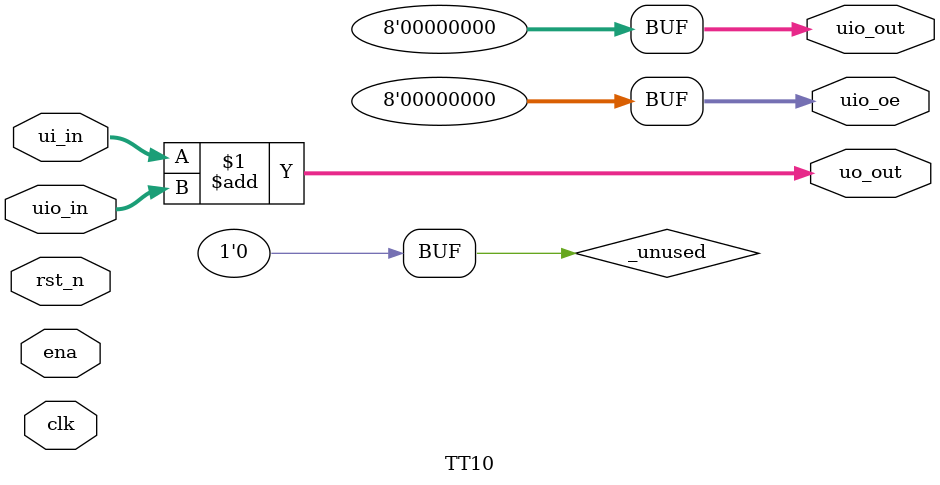
<source format=v>
/*
 * Copyright (c) 2024 Your Name
 * SPDX-License-Identifier: Apache-2.0
 */

`default_nettype none

module TT10 (
    input  wire [7:0] ui_in,    // Dedicated inputs
    output wire [7:0] uo_out,   // Dedicated outputs
    input  wire [7:0] uio_in,   // IOs: Input path
    output wire [7:0] uio_out,  // IOs: Output path
    output wire [7:0] uio_oe,   // IOs: Enable path (active high: 0=input, 1=output)
    input  wire       ena,      // always 1 when the design is powered, so you can ignore it
    input  wire       clk,      // clock
    input  wire       rst_n     // reset_n - low to reset
);

  // All output pins must be assigned. If not used, assign to 0.
  assign uo_out  = ui_in + uio_in;  // Example: ou_out is the sum of ui_in and uio_in
  assign uio_out = 0;
  assign uio_oe  = 0;

  // List all unused inputs to prevent warnings
  wire _unused = &{ena, clk, rst_n, 1'b0};

endmodule

</source>
